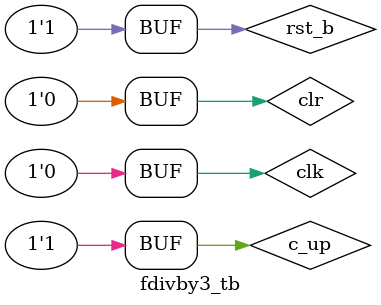
<source format=v>
module fdivby3(
  input clk, rst_b, clr, c_up,
  output fdclk
  );
  
  localparam S0 = 0;
  localparam S1 = 1;
  localparam S2 = 2;
  
  reg [2:0] st;
  wire [2:0] st_nxt;
  
  assign st_nxt[S0] = (st[S0] & ((~c_up) | clr)) | 
                      (st[S2] & (c_up | clr)) | 
                      (st[S1] & clr);
  assign st_nxt[S1] = (st[S1] & (~(c_up | clr))) | 
          	           (st[S0] & (c_up & (~clr)));
  assign st_nxt[S2] = (st[S2] & (~(c_up | clr))) | 
                      (st[S1] & (c_up & (~clr)));
  
  assign fdclk = st[S0];
  
  always @ (posedge clk, negedge rst_b)
    if(~rst_b) begin
      st <= 0;
      st[S0] = 1;
    end else 
      st <= st_nxt;
  
endmodule

module fdivby3_tb;
  reg clr, rst_b, c_up, clk;
  wire fdclk;
  
  fdivby3 inst1(.clk(clk), .clr(clr), .rst_b(rst_b), .c_up(c_up), .fdclk(fdclk));
  
  localparam CLK_PERIOD = 100, RUNNING_CYCLES = 17, RST_DURATION = 25;
  
  initial begin
    rst_b = 0;
    #RST_DURATION rst_b = ~rst_b;
  end
  
  initial begin
    $display("time\tclk\trst_b\tclr\tc_up\tfdclk");
    $monitor("%5t\t%b\t%b\t%b\t%b\t%b",$time, clk, rst_b, clr, c_up, fdclk);
    clk = 0;
    repeat(RUNNING_CYCLES * 2) #(CLK_PERIOD / 2) clk = ~clk;
  end
  
  initial begin
    clr = 0;
    #(4 * CLK_PERIOD) clr = ~clr;
    #(1 * CLK_PERIOD) clr = ~clr;
  end
  
  initial begin
    c_up = 1;
    #(6 * CLK_PERIOD) c_up = ~c_up;
    #(1 * CLK_PERIOD) c_up = ~c_up;
    #(4 * CLK_PERIOD) c_up = ~c_up;
    #(2 * CLK_PERIOD) c_up = ~c_up;
  end
  
endmodule
</source>
